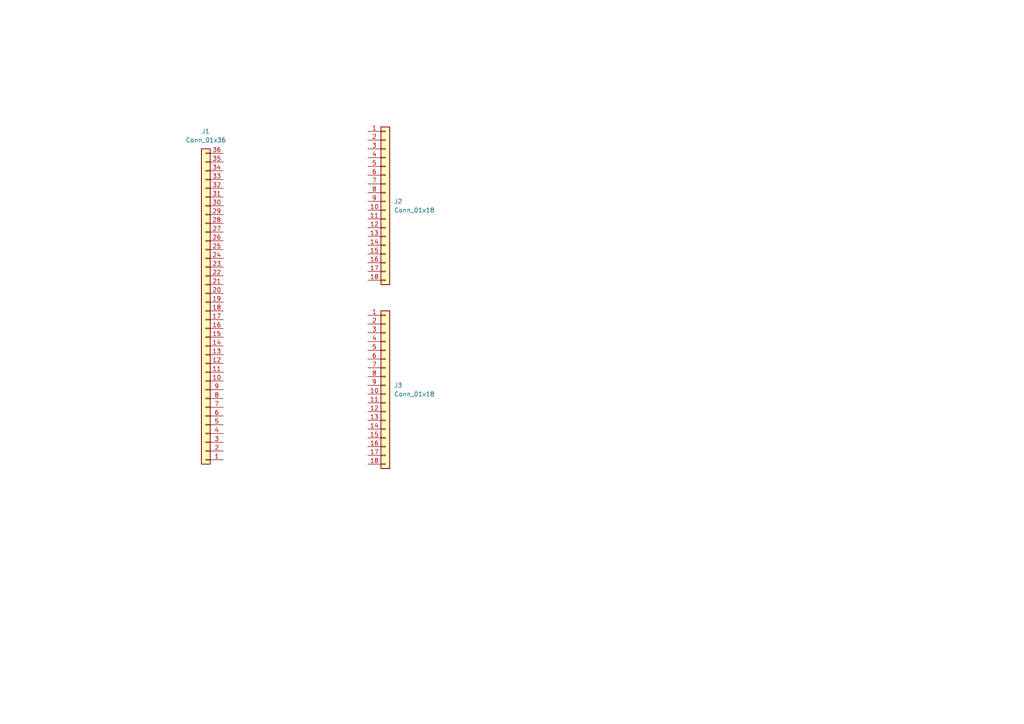
<source format=kicad_sch>
(kicad_sch (version 20211123) (generator eeschema)
  (paper "A4")
  (lib_symbols
    (symbol "Connector_Generic:Conn_01x18" (pin_names (offset 1.016) hide)
      (property "Reference" "J" (at 0 22.86 0))
      (property "Value" "Conn_01x18" (at 0 -25.4 0))
      (symbol "Conn_01x18_1_1"
        (rectangle (start -1.27 -22.733) (end 0 -22.987) (stroke (width 0.1524)))
        (rectangle (start -1.27 -20.193) (end 0 -20.447) (stroke (width 0.1524)))
        (rectangle (start -1.27 -17.653) (end 0 -17.907) (stroke (width 0.1524)))
        (rectangle (start -1.27 -15.113) (end 0 -15.367) (stroke (width 0.1524)))
        (rectangle (start -1.27 -12.573) (end 0 -12.827) (stroke (width 0.1524)))
        (rectangle (start -1.27 -10.033) (end 0 -10.287) (stroke (width 0.1524)))
        (rectangle (start -1.27 -7.493) (end 0 -7.747) (stroke (width 0.1524)))
        (rectangle (start -1.27 -4.953) (end 0 -5.207) (stroke (width 0.1524)))
        (rectangle (start -1.27 -2.413) (end 0 -2.667) (stroke (width 0.1524)))
        (rectangle (start -1.27 0.127) (end 0 -0.127) (stroke (width 0.1524)))
        (rectangle (start -1.27 2.667) (end 0 2.413) (stroke (width 0.1524)))
        (rectangle (start -1.27 5.207) (end 0 4.953) (stroke (width 0.1524)))
        (rectangle (start -1.27 7.747) (end 0 7.493) (stroke (width 0.1524)))
        (rectangle (start -1.27 10.287) (end 0 10.033) (stroke (width 0.1524)))
        (rectangle (start -1.27 12.827) (end 0 12.573) (stroke (width 0.1524)))
        (rectangle (start -1.27 15.367) (end 0 15.113) (stroke (width 0.1524)))
        (rectangle (start -1.27 17.907) (end 0 17.653) (stroke (width 0.1524)))
        (rectangle (start -1.27 20.447) (end 0 20.193) (stroke (width 0.1524)))
        (rectangle (start -1.27 21.59) (end 1.27 -24.13) (stroke (width 0.254)) (fill (type background)))
        (pin passive line (at -5.08 20.32 0) (length 3.81) (name "Pin_1") (number "1"))
        (pin passive line (at -5.08 -2.54 0) (length 3.81) (name "Pin_10") (number "10"))
        (pin passive line (at -5.08 -5.08 0) (length 3.81) (name "Pin_11") (number "11"))
        (pin passive line (at -5.08 -7.62 0) (length 3.81) (name "Pin_12") (number "12"))
        (pin passive line (at -5.08 -10.16 0) (length 3.81) (name "Pin_13") (number "13"))
        (pin passive line (at -5.08 -12.7 0) (length 3.81) (name "Pin_14") (number "14"))
        (pin passive line (at -5.08 -15.24 0) (length 3.81) (name "Pin_15") (number "15"))
        (pin passive line (at -5.08 -17.78 0) (length 3.81) (name "Pin_16") (number "16"))
        (pin passive line (at -5.08 -20.32 0) (length 3.81) (name "Pin_17") (number "17"))
        (pin passive line (at -5.08 -22.86 0) (length 3.81) (name "Pin_18") (number "18"))
        (pin passive line (at -5.08 17.78 0) (length 3.81) (name "Pin_2") (number "2"))
        (pin passive line (at -5.08 15.24 0) (length 3.81) (name "Pin_3") (number "3"))
        (pin passive line (at -5.08 12.7 0) (length 3.81) (name "Pin_4") (number "4"))
        (pin passive line (at -5.08 10.16 0) (length 3.81) (name "Pin_5") (number "5"))
        (pin passive line (at -5.08 7.62 0) (length 3.81) (name "Pin_6") (number "6"))
        (pin passive line (at -5.08 5.08 0) (length 3.81) (name "Pin_7") (number "7"))
        (pin passive line (at -5.08 2.54 0) (length 3.81) (name "Pin_8") (number "8"))
        (pin passive line (at -5.08 0 0) (length 3.81) (name "Pin_9") (number "9"))
      )
    )
    (symbol "Connector_Generic:Conn_01x36" (pin_names (offset 1.016) hide)
      (property "Reference" "J" (at 0 45.72 0))
      (property "Value" "Conn_01x36" (at 0 -48.26 0))
      (symbol "Conn_01x36_1_1"
        (rectangle (start -1.27 -45.593) (end 0 -45.847) (stroke (width 0.1524)))
        (rectangle (start -1.27 -43.053) (end 0 -43.307) (stroke (width 0.1524)))
        (rectangle (start -1.27 -40.513) (end 0 -40.767) (stroke (width 0.1524)))
        (rectangle (start -1.27 -37.973) (end 0 -38.227) (stroke (width 0.1524)))
        (rectangle (start -1.27 -35.433) (end 0 -35.687) (stroke (width 0.1524)))
        (rectangle (start -1.27 -32.893) (end 0 -33.147) (stroke (width 0.1524)))
        (rectangle (start -1.27 -30.353) (end 0 -30.607) (stroke (width 0.1524)))
        (rectangle (start -1.27 -27.813) (end 0 -28.067) (stroke (width 0.1524)))
        (rectangle (start -1.27 -25.273) (end 0 -25.527) (stroke (width 0.1524)))
        (rectangle (start -1.27 -22.733) (end 0 -22.987) (stroke (width 0.1524)))
        (rectangle (start -1.27 -20.193) (end 0 -20.447) (stroke (width 0.1524)))
        (rectangle (start -1.27 -17.653) (end 0 -17.907) (stroke (width 0.1524)))
        (rectangle (start -1.27 -15.113) (end 0 -15.367) (stroke (width 0.1524)))
        (rectangle (start -1.27 -12.573) (end 0 -12.827) (stroke (width 0.1524)))
        (rectangle (start -1.27 -10.033) (end 0 -10.287) (stroke (width 0.1524)))
        (rectangle (start -1.27 -7.493) (end 0 -7.747) (stroke (width 0.1524)))
        (rectangle (start -1.27 -4.953) (end 0 -5.207) (stroke (width 0.1524)))
        (rectangle (start -1.27 -2.413) (end 0 -2.667) (stroke (width 0.1524)))
        (rectangle (start -1.27 0.127) (end 0 -0.127) (stroke (width 0.1524)))
        (rectangle (start -1.27 2.667) (end 0 2.413) (stroke (width 0.1524)))
        (rectangle (start -1.27 5.207) (end 0 4.953) (stroke (width 0.1524)))
        (rectangle (start -1.27 7.747) (end 0 7.493) (stroke (width 0.1524)))
        (rectangle (start -1.27 10.287) (end 0 10.033) (stroke (width 0.1524)))
        (rectangle (start -1.27 12.827) (end 0 12.573) (stroke (width 0.1524)))
        (rectangle (start -1.27 15.367) (end 0 15.113) (stroke (width 0.1524)))
        (rectangle (start -1.27 17.907) (end 0 17.653) (stroke (width 0.1524)))
        (rectangle (start -1.27 20.447) (end 0 20.193) (stroke (width 0.1524)))
        (rectangle (start -1.27 22.987) (end 0 22.733) (stroke (width 0.1524)))
        (rectangle (start -1.27 25.527) (end 0 25.273) (stroke (width 0.1524)))
        (rectangle (start -1.27 28.067) (end 0 27.813) (stroke (width 0.1524)))
        (rectangle (start -1.27 30.607) (end 0 30.353) (stroke (width 0.1524)))
        (rectangle (start -1.27 33.147) (end 0 32.893) (stroke (width 0.1524)))
        (rectangle (start -1.27 35.687) (end 0 35.433) (stroke (width 0.1524)))
        (rectangle (start -1.27 38.227) (end 0 37.973) (stroke (width 0.1524)))
        (rectangle (start -1.27 40.767) (end 0 40.513) (stroke (width 0.1524)))
        (rectangle (start -1.27 43.307) (end 0 43.053) (stroke (width 0.1524)))
        (rectangle (start -1.27 44.45) (end 1.27 -46.99) (stroke (width 0.254)) (fill (type background)))
        (pin passive line (at -5.08 43.18 0) (length 3.81) (name "Pin_1") (number "1"))
        (pin passive line (at -5.08 20.32 0) (length 3.81) (name "Pin_10") (number "10"))
        (pin passive line (at -5.08 17.78 0) (length 3.81) (name "Pin_11") (number "11"))
        (pin passive line (at -5.08 15.24 0) (length 3.81) (name "Pin_12") (number "12"))
        (pin passive line (at -5.08 12.7 0) (length 3.81) (name "Pin_13") (number "13"))
        (pin passive line (at -5.08 10.16 0) (length 3.81) (name "Pin_14") (number "14"))
        (pin passive line (at -5.08 7.62 0) (length 3.81) (name "Pin_15") (number "15"))
        (pin passive line (at -5.08 5.08 0) (length 3.81) (name "Pin_16") (number "16"))
        (pin passive line (at -5.08 2.54 0) (length 3.81) (name "Pin_17") (number "17"))
        (pin passive line (at -5.08 0 0) (length 3.81) (name "Pin_18") (number "18"))
        (pin passive line (at -5.08 -2.54 0) (length 3.81) (name "Pin_19") (number "19"))
        (pin passive line (at -5.08 40.64 0) (length 3.81) (name "Pin_2") (number "2"))
        (pin passive line (at -5.08 -5.08 0) (length 3.81) (name "Pin_20") (number "20"))
        (pin passive line (at -5.08 -7.62 0) (length 3.81) (name "Pin_21") (number "21"))
        (pin passive line (at -5.08 -10.16 0) (length 3.81) (name "Pin_22") (number "22"))
        (pin passive line (at -5.08 -12.7 0) (length 3.81) (name "Pin_23") (number "23"))
        (pin passive line (at -5.08 -15.24 0) (length 3.81) (name "Pin_24") (number "24"))
        (pin passive line (at -5.08 -17.78 0) (length 3.81) (name "Pin_25") (number "25"))
        (pin passive line (at -5.08 -20.32 0) (length 3.81) (name "Pin_26") (number "26"))
        (pin passive line (at -5.08 -22.86 0) (length 3.81) (name "Pin_27") (number "27"))
        (pin passive line (at -5.08 -25.4 0) (length 3.81) (name "Pin_28") (number "28"))
        (pin passive line (at -5.08 -27.94 0) (length 3.81) (name "Pin_29") (number "29"))
        (pin passive line (at -5.08 38.1 0) (length 3.81) (name "Pin_3") (number "3"))
        (pin passive line (at -5.08 -30.48 0) (length 3.81) (name "Pin_30") (number "30"))
        (pin passive line (at -5.08 -33.02 0) (length 3.81) (name "Pin_31") (number "31"))
        (pin passive line (at -5.08 -35.56 0) (length 3.81) (name "Pin_32") (number "32"))
        (pin passive line (at -5.08 -38.1 0) (length 3.81) (name "Pin_33") (number "33"))
        (pin passive line (at -5.08 -40.64 0) (length 3.81) (name "Pin_34") (number "34"))
        (pin passive line (at -5.08 -43.18 0) (length 3.81) (name "Pin_35") (number "35"))
        (pin passive line (at -5.08 -45.72 0) (length 3.81) (name "Pin_36") (number "36"))
        (pin passive line (at -5.08 35.56 0) (length 3.81) (name "Pin_4") (number "4"))
        (pin passive line (at -5.08 33.02 0) (length 3.81) (name "Pin_5") (number "5"))
        (pin passive line (at -5.08 30.48 0) (length 3.81) (name "Pin_6") (number "6"))
        (pin passive line (at -5.08 27.94 0) (length 3.81) (name "Pin_7") (number "7"))
        (pin passive line (at -5.08 25.4 0) (length 3.81) (name "Pin_8") (number "8"))
        (pin passive line (at -5.08 22.86 0) (length 3.81) (name "Pin_9") (number "9"))
      )
    )
  )
  (symbol (lib_id "Connector_Generic:Conn_01x18") (at 111.76 58.42 0) (unit 1)
    (property "Reference" "J2" (at 114.3 58.4199 0) (effects (justify left)))
    (property "Value" "Conn_01x18" (at 114.3 60.9599 0) (effects (justify left)))
    (property "Footprint" "Connector_PinHeader_1.00mm:PinHeader_2x09_P1.00mm_Vertical" (effects hide))
  )
  (symbol (lib_id "Connector_Generic:Conn_01x36") (at 59.69 90.17 180) (unit 1)
    (property "Reference" "J1" (at 59.69 38.1 0))
    (property "Value" "Conn_01x36" (at 59.69 40.64 0))
  )
  (symbol (lib_id "Connector_Generic:Conn_01x18") (at 111.76 111.76 0) (unit 1)
    (property "Reference" "J3" (at 114.3 111.7599 0) (effects (justify left)))
    (property "Value" "Conn_01x18" (at 114.3 114.2999 0) (effects (justify left)))
    (property "Footprint" "Connector_PinHeader_1.00mm:PinHeader_2x09_P1.00mm_Vertical" (effects hide))
  )
)
</source>
